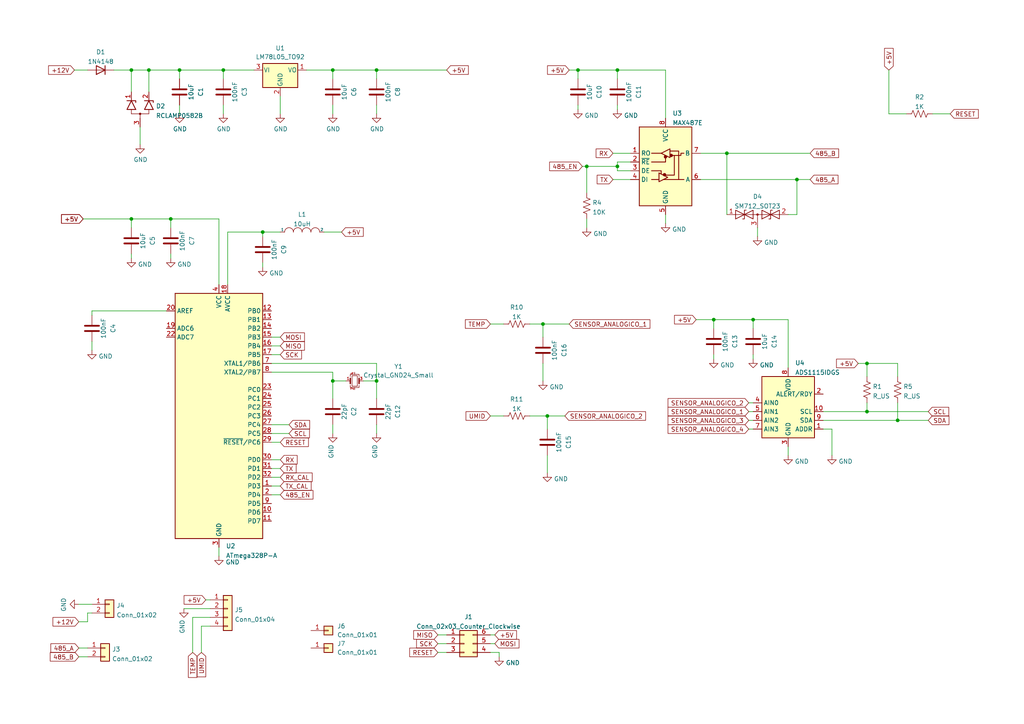
<source format=kicad_sch>
(kicad_sch (version 20231120) (generator "eeschema") (generator_version "8.0")
  (paper "A4")
  (lib_symbols
    (symbol "Analog_ADC:ADS1115IDGS"
      (property "Reference" "U" (at 2.54 13.97 0))
      (property "Value" "ADS1115IDGS" (at 7.62 11.43 0))
      (symbol "ADS1115IDGS_0_1"
        (rectangle (start -7.62 10.16) (end 7.62 -7.62) (stroke (width 0.254)) (fill (type background)))
      )
      (symbol "ADS1115IDGS_1_1"
        (pin input line (at 10.16 -5.08 180) (length 2.54) (name "ADDR") (number "1"))
        (pin input line (at 10.16 0 180) (length 2.54) (name "SCL") (number "10"))
        (pin output line (at 10.16 5.08 180) (length 2.54) (name "ALERT/RDY") (number "2"))
        (pin power_in line (at 0 -10.16 90) (length 2.54) (name "GND") (number "3"))
        (pin input line (at -10.16 2.54 0) (length 2.54) (name "AIN0") (number "4"))
        (pin input line (at -10.16 0 0) (length 2.54) (name "AIN1") (number "5"))
        (pin input line (at -10.16 -2.54 0) (length 2.54) (name "AIN2") (number "6"))
        (pin input line (at -10.16 -5.08 0) (length 2.54) (name "AIN3") (number "7"))
        (pin power_in line (at 0 12.7 270) (length 2.54) (name "VDD") (number "8"))
        (pin bidirectional line (at 10.16 -2.54 180) (length 2.54) (name "SDA") (number "9"))
      )
    )
    (symbol "Connector_Generic:Conn_01x01" (pin_names (offset 1.016) hide)
      (property "Reference" "J" (at 0 2.54 0))
      (property "Value" "Conn_01x01" (at 0 -2.54 0))
      (symbol "Conn_01x01_1_1"
        (rectangle (start -1.27 0.127) (end 0 -0.127) (stroke (width 0.1524)))
        (rectangle (start -1.27 1.27) (end 1.27 -1.27) (stroke (width 0.254)) (fill (type background)))
        (pin passive line (at -5.08 0 0) (length 3.81) (name "Pin_1") (number "1"))
      )
    )
    (symbol "Connector_Generic:Conn_01x02" (pin_names (offset 1.016) hide)
      (property "Reference" "J" (at 0 2.54 0))
      (property "Value" "Conn_01x02" (at 0 -5.08 0))
      (symbol "Conn_01x02_1_1"
        (rectangle (start -1.27 -2.413) (end 0 -2.667) (stroke (width 0.1524)))
        (rectangle (start -1.27 0.127) (end 0 -0.127) (stroke (width 0.1524)))
        (rectangle (start -1.27 1.27) (end 1.27 -3.81) (stroke (width 0.254)) (fill (type background)))
        (pin passive line (at -5.08 0 0) (length 3.81) (name "Pin_1") (number "1"))
        (pin passive line (at -5.08 -2.54 0) (length 3.81) (name "Pin_2") (number "2"))
      )
    )
    (symbol "Connector_Generic:Conn_01x04" (pin_names (offset 1.016) hide)
      (property "Reference" "J" (at 0 5.08 0))
      (property "Value" "Conn_01x04" (at 0 -7.62 0))
      (symbol "Conn_01x04_1_1"
        (rectangle (start -1.27 -4.953) (end 0 -5.207) (stroke (width 0.1524)))
        (rectangle (start -1.27 -2.413) (end 0 -2.667) (stroke (width 0.1524)))
        (rectangle (start -1.27 0.127) (end 0 -0.127) (stroke (width 0.1524)))
        (rectangle (start -1.27 2.667) (end 0 2.413) (stroke (width 0.1524)))
        (rectangle (start -1.27 3.81) (end 1.27 -6.35) (stroke (width 0.254)) (fill (type background)))
        (pin passive line (at -5.08 2.54 0) (length 3.81) (name "Pin_1") (number "1"))
        (pin passive line (at -5.08 0 0) (length 3.81) (name "Pin_2") (number "2"))
        (pin passive line (at -5.08 -2.54 0) (length 3.81) (name "Pin_3") (number "3"))
        (pin passive line (at -5.08 -5.08 0) (length 3.81) (name "Pin_4") (number "4"))
      )
    )
    (symbol "Connector_Generic:Conn_02x03_Counter_Clockwise" (pin_names (offset 1.016) hide)
      (property "Reference" "J" (at 1.27 5.08 0))
      (property "Value" "Conn_02x03_Counter_Clockwise" (at 1.27 -5.08 0))
      (symbol "Conn_02x03_Counter_Clockwise_1_1"
        (rectangle (start -1.27 -2.413) (end 0 -2.667) (stroke (width 0.1524)))
        (rectangle (start -1.27 0.127) (end 0 -0.127) (stroke (width 0.1524)))
        (rectangle (start -1.27 2.667) (end 0 2.413) (stroke (width 0.1524)))
        (rectangle (start -1.27 3.81) (end 3.81 -3.81) (stroke (width 0.254)) (fill (type background)))
        (rectangle (start 3.81 -2.413) (end 2.54 -2.667) (stroke (width 0.1524)))
        (rectangle (start 3.81 0.127) (end 2.54 -0.127) (stroke (width 0.1524)))
        (rectangle (start 3.81 2.667) (end 2.54 2.413) (stroke (width 0.1524)))
        (pin passive line (at -5.08 2.54 0) (length 3.81) (name "Pin_1") (number "1"))
        (pin passive line (at -5.08 0 0) (length 3.81) (name "Pin_2") (number "2"))
        (pin passive line (at -5.08 -2.54 0) (length 3.81) (name "Pin_3") (number "3"))
        (pin passive line (at 7.62 -2.54 180) (length 3.81) (name "Pin_4") (number "4"))
        (pin passive line (at 7.62 0 180) (length 3.81) (name "Pin_5") (number "5"))
        (pin passive line (at 7.62 2.54 180) (length 3.81) (name "Pin_6") (number "6"))
      )
    )
    (symbol "Device:C" (pin_numbers hide) (pin_names (offset 0.254))
      (property "Reference" "C" (at 0.635 2.54 0))
      (property "Value" "C" (at 0.635 -2.54 0))
      (symbol "C_0_1"
        (polyline (pts (xy -2.032 -0.762) (xy 2.032 -0.762)) (stroke (width 0.508)))
        (polyline (pts (xy -2.032 0.762) (xy 2.032 0.762)) (stroke (width 0.508)))
      )
      (symbol "C_1_1"
        (pin passive line (at 0 3.81 270) (length 2.794) (name "~") (number "1"))
        (pin passive line (at 0 -3.81 90) (length 2.794) (name "~") (number "2"))
      )
    )
    (symbol "Device:Crystal_GND24_Small" (pin_names (offset 1.016) hide)
      (property "Reference" "Y" (at 1.27 4.445 0))
      (property "Value" "Crystal_GND24_Small" (at 1.27 2.54 0))
      (symbol "Crystal_GND24_Small_0_1"
        (rectangle (start -0.762 -1.524) (end 0.762 1.524))
        (polyline (pts (xy -1.27 -0.762) (xy -1.27 0.762)) (stroke (width 0.381)))
        (polyline (pts (xy 1.27 -0.762) (xy 1.27 0.762)) (stroke (width 0.381)))
        (polyline (pts (xy -1.27 -1.27) (xy -1.27 -1.905) (xy 1.27 -1.905) (xy 1.27 -1.27)))
        (polyline (pts (xy -1.27 1.27) (xy -1.27 1.905) (xy 1.27 1.905) (xy 1.27 1.27)))
      )
      (symbol "Crystal_GND24_Small_1_1"
        (pin passive line (at -2.54 0 0) (length 1.27) (name "1") (number "1"))
        (pin passive line (at 0 -2.54 90) (length 0.635) (name "2") (number "2"))
        (pin passive line (at 2.54 0 180) (length 1.27) (name "3") (number "3"))
        (pin passive line (at 0 2.54 270) (length 0.635) (name "4") (number "4"))
      )
    )
    (symbol "Device:R_US" (pin_numbers hide) (pin_names (offset 0))
      (property "Reference" "R" (at 2.54 0 90))
      (property "Value" "R_US" (at -2.54 0 90))
      (symbol "R_US_0_1"
        (polyline (pts (xy 0 -2.286) (xy 0 -2.54)))
        (polyline (pts (xy 0 2.286) (xy 0 2.54)))
        (polyline (pts (xy 0 -0.762) (xy 1.016 -1.143) (xy 0 -1.524) (xy -1.016 -1.905) (xy 0 -2.286)))
        (polyline (pts (xy 0 0.762) (xy 1.016 0.381) (xy 0 0) (xy -1.016 -0.381) (xy 0 -0.762)))
        (polyline (pts (xy 0 2.286) (xy 1.016 1.905) (xy 0 1.524) (xy -1.016 1.143) (xy 0 0.762)))
      )
      (symbol "R_US_1_1"
        (pin passive line (at 0 3.81 270) (length 1.27) (name "~") (number "1"))
        (pin passive line (at 0 -3.81 90) (length 1.27) (name "~") (number "2"))
      )
    )
    (symbol "Diode:1N4148" (pin_numbers hide) (pin_names (offset 1.016) hide)
      (property "Reference" "D" (at 0 2.54 0))
      (property "Value" "1N4148" (at 0 -2.54 0))
      (symbol "1N4148_0_1"
        (polyline (pts (xy -1.27 1.27) (xy -1.27 -1.27)) (stroke (width 0.254)))
        (polyline (pts (xy 1.27 0) (xy -1.27 0)))
        (polyline (pts (xy 1.27 1.27) (xy 1.27 -1.27) (xy -1.27 0) (xy 1.27 1.27)) (stroke (width 0.254)))
      )
      (symbol "1N4148_1_1"
        (pin passive line (at -3.81 0 0) (length 2.54) (name "K") (number "1"))
        (pin passive line (at 3.81 0 180) (length 2.54) (name "A") (number "2"))
      )
    )
    (symbol "Diode:SM712_SOT23" (pin_names (offset 1.016) hide)
      (property "Reference" "D" (at 0 4.445 0))
      (property "Value" "SM712_SOT23" (at 0 2.54 0))
      (symbol "SM712_SOT23_0_0"
        (polyline (pts (xy 0 -1.27) (xy 0 0)))
      )
      (symbol "SM712_SOT23_0_1"
        (polyline (pts (xy -6.35 0) (xy 6.35 0)))
        (polyline (pts (xy -3.302 1.27) (xy -3.81 1.27) (xy -3.81 -1.27) (xy -4.318 -1.27)) (stroke (width 0.2032)))
        (polyline (pts (xy 4.318 1.27) (xy 3.81 1.27) (xy 3.81 -1.27) (xy 3.302 -1.27)) (stroke (width 0.2032)))
        (polyline (pts (xy -6.35 -1.27) (xy -1.27 1.27) (xy -1.27 -1.27) (xy -6.35 1.27) (xy -6.35 -1.27)) (stroke (width 0.2032)))
        (polyline (pts (xy 1.27 -1.27) (xy 1.27 1.27) (xy 6.35 -1.27) (xy 6.35 1.27) (xy 1.27 -1.27)) (stroke (width 0.2032)))
        (circle (center 0 0) (radius 0.254) (fill (type outline)))
      )
      (symbol "SM712_SOT23_1_1"
        (pin passive line (at -8.89 0 0) (length 2.54) (name "A1") (number "1"))
        (pin passive line (at 8.89 0 180) (length 2.54) (name "A2") (number "2"))
        (pin input line (at 0 -3.81 90) (length 2.54) (name "common") (number "3"))
      )
    )
    (symbol "Interface_UART:MAX487E"
      (property "Reference" "U" (at -6.096 11.43 0))
      (property "Value" "MAX487E" (at 0.762 11.43 0))
      (symbol "MAX487E_0_1"
        (rectangle (start -7.62 10.16) (end 7.62 -12.7) (stroke (width 0.254)) (fill (type background)))
        (circle (center -0.3048 -3.683) (radius 0.3556) (stroke (width 0.254)) (fill (type outline)))
        (circle (center -0.0254 1.4986) (radius 0.3556) (stroke (width 0.254)) (fill (type outline)))
        (polyline (pts (xy -4.064 -5.08) (xy -1.905 -5.08)) (stroke (width 0.254)))
        (polyline (pts (xy -4.064 2.54) (xy -1.27 2.54)) (stroke (width 0.254)))
        (polyline (pts (xy -1.27 -3.2004) (xy -1.27 -3.4544)) (stroke (width 0.254)))
        (polyline (pts (xy -0.635 -5.08) (xy 5.334 -5.08)) (stroke (width 0.254)))
        (polyline (pts (xy -4.064 -2.54) (xy -1.27 -2.54) (xy -1.27 -3.175)) (stroke (width 0.254)))
        (polyline (pts (xy 0 1.27) (xy 0 0) (xy -4.064 0)) (stroke (width 0.254)))
        (polyline (pts (xy 1.27 3.175) (xy 3.81 3.175) (xy 3.81 -5.08)) (stroke (width 0.254)))
        (polyline (pts (xy 2.54 1.905) (xy 2.54 -3.81) (xy 0 -3.81)) (stroke (width 0.254)))
        (polyline (pts (xy -1.905 -3.175) (xy -1.905 -5.715) (xy 0.635 -4.445) (xy -1.905 -3.175)) (stroke (width 0.254)))
        (polyline (pts (xy -1.27 2.54) (xy 1.27 3.81) (xy 1.27 1.27) (xy -1.27 2.54)) (stroke (width 0.254)))
        (polyline (pts (xy 1.905 1.905) (xy 4.445 1.905) (xy 4.445 2.54) (xy 5.334 2.54)) (stroke (width 0.254)))
        (rectangle (start 1.27 3.175) (end 1.27 3.175))
        (circle (center 1.651 1.905) (radius 0.3556) (stroke (width 0.254)) (fill (type outline)))
      )
      (symbol "MAX487E_1_1"
        (pin output line (at -10.16 2.54 0) (length 2.54) (name "RO") (number "1"))
        (pin input line (at -10.16 0 0) (length 2.54) (name "~{RE}") (number "2"))
        (pin input line (at -10.16 -2.54 0) (length 2.54) (name "DE") (number "3"))
        (pin input line (at -10.16 -5.08 0) (length 2.54) (name "DI") (number "4"))
        (pin power_in line (at 0 -15.24 90) (length 2.54) (name "GND") (number "5"))
        (pin bidirectional line (at 10.16 -5.08 180) (length 2.54) (name "A") (number "6"))
        (pin bidirectional line (at 10.16 2.54 180) (length 2.54) (name "B") (number "7"))
        (pin power_in line (at 0 12.7 270) (length 2.54) (name "VCC") (number "8"))
      )
    )
    (symbol "MCU_Microchip_ATmega:ATmega328P-A"
      (property "Reference" "U" (at -12.7 36.83 0))
      (property "Value" "ATmega328P-A" (at 2.54 -36.83 0))
      (symbol "ATmega328P-A_0_1"
        (rectangle (start -12.7 -35.56) (end 12.7 35.56) (stroke (width 0.254)) (fill (type background)))
      )
      (symbol "ATmega328P-A_1_1"
        (pin bidirectional line (at 15.24 -20.32 180) (length 2.54) (name "PD3") (number "1"))
        (pin bidirectional line (at 15.24 -27.94 180) (length 2.54) (name "PD6") (number "10"))
        (pin bidirectional line (at 15.24 -30.48 180) (length 2.54) (name "PD7") (number "11"))
        (pin bidirectional line (at 15.24 30.48 180) (length 2.54) (name "PB0") (number "12"))
        (pin bidirectional line (at 15.24 27.94 180) (length 2.54) (name "PB1") (number "13"))
        (pin bidirectional line (at 15.24 25.4 180) (length 2.54) (name "PB2") (number "14"))
        (pin bidirectional line (at 15.24 22.86 180) (length 2.54) (name "PB3") (number "15"))
        (pin bidirectional line (at 15.24 20.32 180) (length 2.54) (name "PB4") (number "16"))
        (pin bidirectional line (at 15.24 17.78 180) (length 2.54) (name "PB5") (number "17"))
        (pin power_in line (at 2.54 38.1 270) (length 2.54) (name "AVCC") (number "18"))
        (pin input line (at -15.24 25.4 0) (length 2.54) (name "ADC6") (number "19"))
        (pin bidirectional line (at 15.24 -22.86 180) (length 2.54) (name "PD4") (number "2"))
        (pin passive line (at -15.24 30.48 0) (length 2.54) (name "AREF") (number "20"))
        (pin passive line (at 0 -38.1 90) (length 2.54) hide (name "GND") (number "21"))
        (pin input line (at -15.24 22.86 0) (length 2.54) (name "ADC7") (number "22"))
        (pin bidirectional line (at 15.24 7.62 180) (length 2.54) (name "PC0") (number "23"))
        (pin bidirectional line (at 15.24 5.08 180) (length 2.54) (name "PC1") (number "24"))
        (pin bidirectional line (at 15.24 2.54 180) (length 2.54) (name "PC2") (number "25"))
        (pin bidirectional line (at 15.24 0 180) (length 2.54) (name "PC3") (number "26"))
        (pin bidirectional line (at 15.24 -2.54 180) (length 2.54) (name "PC4") (number "27"))
        (pin bidirectional line (at 15.24 -5.08 180) (length 2.54) (name "PC5") (number "28"))
        (pin bidirectional line (at 15.24 -7.62 180) (length 2.54) (name "~{RESET}/PC6") (number "29"))
        (pin power_in line (at 0 -38.1 90) (length 2.54) (name "GND") (number "3"))
        (pin bidirectional line (at 15.24 -12.7 180) (length 2.54) (name "PD0") (number "30"))
        (pin bidirectional line (at 15.24 -15.24 180) (length 2.54) (name "PD1") (number "31"))
        (pin bidirectional line (at 15.24 -17.78 180) (length 2.54) (name "PD2") (number "32"))
        (pin power_in line (at 0 38.1 270) (length 2.54) (name "VCC") (number "4"))
        (pin passive line (at 0 -38.1 90) (length 2.54) hide (name "GND") (number "5"))
        (pin passive line (at 0 38.1 270) (length 2.54) hide (name "VCC") (number "6"))
        (pin bidirectional line (at 15.24 15.24 180) (length 2.54) (name "XTAL1/PB6") (number "7"))
        (pin bidirectional line (at 15.24 12.7 180) (length 2.54) (name "XTAL2/PB7") (number "8"))
        (pin bidirectional line (at 15.24 -25.4 180) (length 2.54) (name "PD5") (number "9"))
      )
    )
    (symbol "Power_Protection:RCLAMP0582B" (pin_names hide)
      (property "Reference" "D" (at 0 5.08 0))
      (property "Value" "RCLAMP0582B" (at 0 -5.08 0))
      (symbol "RCLAMP0582B_0_1"
        (polyline (pts (xy -2.54 0) (xy -1.27 0)))
        (polyline (pts (xy -1.27 2.54) (xy -1.27 -2.54)))
        (polyline (pts (xy 0 2.54) (xy -1.27 2.54)) (stroke (width 0.1524)))
        (polyline (pts (xy 2.54 3.81) (xy 2.54 1.27) (xy 2.032 1.27)) (stroke (width 0.254)))
        (polyline (pts (xy 0 1.27) (xy 0 3.81) (xy 2.54 2.54) (xy 0 1.27)) (stroke (width 0.254)))
        (pin passive line (at -5.08 0 0) (length 2.54) (name "A") (number "3"))
      )
      (symbol "RCLAMP0582B_1_1"
        (circle (center -1.27 0) (radius 0.254) (fill (type outline)))
        (polyline (pts (xy 0 -2.54) (xy -1.27 -2.54)) (stroke (width 0.1524)))
        (polyline (pts (xy 2.54 -1.27) (xy 2.54 -3.81) (xy 2.032 -3.81)) (stroke (width 0.254)))
        (polyline (pts (xy 0 -3.81) (xy 0 -1.27) (xy 2.54 -2.54) (xy 0 -3.81)) (stroke (width 0.254)))
        (pin passive line (at 5.08 2.54 180) (length 2.54) (name "K1") (number "1"))
        (pin passive line (at 5.08 -2.54 180) (length 2.54) (name "K2") (number "2"))
      )
    )
    (symbol "Regulator_Linear:LM78L05_TO92" (pin_names (offset 0.254))
      (property "Reference" "U" (at -3.81 3.175 0))
      (property "Value" "LM78L05_TO92" (at 0 3.175 0))
      (symbol "LM78L05_TO92_0_1"
        (rectangle (start -5.08 -5.08) (end 5.08 1.905) (stroke (width 0.254)) (fill (type background)))
      )
      (symbol "LM78L05_TO92_1_1"
        (pin power_out line (at 7.62 0 180) (length 2.54) (name "VO") (number "1"))
        (pin power_in line (at 0 -7.62 90) (length 2.54) (name "GND") (number "2"))
        (pin power_in line (at -7.62 0 0) (length 2.54) (name "VI") (number "3"))
      )
    )
    (symbol "power:GND" (power) (pin_names (offset 0))
      (property "Value" "GND" (at 0 -3.81 0))
      (symbol "GND_0_1"
        (polyline (pts (xy 0 0) (xy 0 -1.27) (xy 1.27 -1.27) (xy 0 -2.54) (xy -1.27 -1.27) (xy 0 -1.27)))
      )
      (symbol "GND_1_1"
        (pin power_in line (at 0 0 270) (length 0) hide (name "GND") (number "1"))
      )
    )
    (symbol "pspice:INDUCTOR" (pin_numbers hide) (pin_names (offset 0))
      (property "Reference" "L" (at 0 2.54 0))
      (property "Value" "INDUCTOR" (at 0 -1.27 0))
      (symbol "INDUCTOR_0_1"
        (arc (start -2.54 0) (mid -3.81 1.2645) (end -5.08 0))
        (arc (start 0 0) (mid -1.27 1.2645) (end -2.54 0))
        (arc (start 2.54 0) (mid 1.27 1.2645) (end 0 0))
        (arc (start 5.08 0) (mid 3.81 1.2645) (end 2.54 0))
      )
      (symbol "INDUCTOR_1_1"
        (pin input line (at -6.35 0 0) (length 1.27) (name "1") (number "1"))
        (pin input line (at 6.35 0 180) (length 1.27) (name "2") (number "2"))
      )
    )
  )
  (junction (at 218.44 92.71))
  (junction (at 43.18 20.32))
  (junction (at 38.1 20.32))
  (junction (at 49.53 63.5))
  (junction (at 251.46 105.41))
  (junction (at 96.52 110.49))
  (junction (at 207.01 92.71))
  (junction (at 260.35 121.92))
  (junction (at 210.82 44.45))
  (junction (at 251.46 119.38))
  (junction (at 38.1 63.5))
  (junction (at 109.22 20.32))
  (junction (at 179.07 48.26))
  (junction (at 167.64 20.32))
  (junction (at 231.14 52.07))
  (junction (at 157.48 93.98))
  (junction (at 64.77 20.32))
  (junction (at 179.07 20.32))
  (junction (at 76.2 67.31))
  (junction (at 170.18 48.26))
  (junction (at 158.75 120.65))
  (junction (at 109.22 110.49))
  (junction (at 96.52 20.32))
  (junction (at 52.07 20.32))
  (wire (pts (xy 179.07 20.32) (xy 193.04 20.32)))
  (wire (pts (xy 66.04 67.31) (xy 76.2 67.31)))
  (wire (pts (xy 78.74 100.33) (xy 81.28 100.33)))
  (wire (pts (xy 157.48 105.41) (xy 157.48 110.49)))
  (wire (pts (xy 170.18 48.26) (xy 170.18 55.88)))
  (wire (pts (xy 217.17 116.84) (xy 218.44 116.84)))
  (wire (pts (xy 64.77 30.48) (xy 64.77 33.02)))
  (wire (pts (xy 231.14 52.07) (xy 234.95 52.07)))
  (wire (pts (xy 33.02 20.32) (xy 38.1 20.32)))
  (wire (pts (xy 165.1 20.32) (xy 167.64 20.32)))
  (wire (pts (xy 127 186.69) (xy 129.54 186.69)))
  (wire (pts (xy 207.01 92.71) (xy 207.01 95.25)))
  (wire (pts (xy 193.04 20.32) (xy 193.04 34.29)))
  (wire (pts (xy 179.07 49.53) (xy 182.88 49.53)))
  (wire (pts (xy 109.22 123.19) (xy 109.22 125.73)))
  (wire (pts (xy 52.07 20.32) (xy 64.77 20.32)))
  (wire (pts (xy 182.88 46.99) (xy 179.07 46.99)))
  (wire (pts (xy 168.91 48.26) (xy 170.18 48.26)))
  (wire (pts (xy 93.98 67.31) (xy 99.06 67.31)))
  (wire (pts (xy 251.46 119.38) (xy 269.24 119.38)))
  (wire (pts (xy 78.74 97.79) (xy 81.28 97.79)))
  (wire (pts (xy 217.17 124.46) (xy 218.44 124.46)))
  (wire (pts (xy 179.07 20.32) (xy 179.07 22.86)))
  (wire (pts (xy 25.4 177.8) (xy 26.67 177.8)))
  (wire (pts (xy 260.35 121.92) (xy 269.24 121.92)))
  (wire (pts (xy 142.24 186.69) (xy 143.51 186.69)))
  (wire (pts (xy 251.46 109.22) (xy 251.46 105.41)))
  (wire (pts (xy 96.52 110.49) (xy 96.52 115.57)))
  (wire (pts (xy 203.2 52.07) (xy 231.14 52.07)))
  (wire (pts (xy 78.74 138.43) (xy 81.28 138.43)))
  (wire (pts (xy 207.01 92.71) (xy 218.44 92.71)))
  (wire (pts (xy 52.07 30.48) (xy 52.07 33.02)))
  (wire (pts (xy 38.1 63.5) (xy 38.1 66.04)))
  (wire (pts (xy 217.17 119.38) (xy 218.44 119.38)))
  (wire (pts (xy 38.1 63.5) (xy 49.53 63.5)))
  (wire (pts (xy 260.35 109.22) (xy 260.35 105.41)))
  (wire (pts (xy 38.1 73.66) (xy 38.1 74.93)))
  (wire (pts (xy 109.22 105.41) (xy 109.22 110.49)))
  (wire (pts (xy 96.52 20.32) (xy 88.9 20.32)))
  (wire (pts (xy 81.28 143.51) (xy 78.74 143.51)))
  (wire (pts (xy 157.48 93.98) (xy 165.1 93.98)))
  (wire (pts (xy 238.76 124.46) (xy 241.3 124.46)))
  (wire (pts (xy 55.88 189.23) (xy 55.88 179.07)))
  (wire (pts (xy 170.18 63.5) (xy 170.18 66.04)))
  (wire (pts (xy 201.93 92.71) (xy 207.01 92.71)))
  (wire (pts (xy 43.18 20.32) (xy 43.18 26.67)))
  (wire (pts (xy 219.71 66.04) (xy 219.71 68.58)))
  (wire (pts (xy 66.04 67.31) (xy 66.04 82.55)))
  (wire (pts (xy 177.8 44.45) (xy 182.88 44.45)))
  (wire (pts (xy 22.86 190.5) (xy 25.4 190.5)))
  (wire (pts (xy 210.82 44.45) (xy 210.82 62.23)))
  (wire (pts (xy 38.1 20.32) (xy 38.1 26.67)))
  (wire (pts (xy 257.81 33.02) (xy 262.89 33.02)))
  (wire (pts (xy 260.35 105.41) (xy 251.46 105.41)))
  (wire (pts (xy 109.22 110.49) (xy 109.22 115.57)))
  (wire (pts (xy 257.81 20.32) (xy 257.81 33.02)))
  (wire (pts (xy 158.75 132.08) (xy 158.75 137.16)))
  (wire (pts (xy 142.24 120.65) (xy 146.05 120.65)))
  (wire (pts (xy 22.86 180.34) (xy 25.4 180.34)))
  (wire (pts (xy 203.2 44.45) (xy 210.82 44.45)))
  (wire (pts (xy 251.46 105.41) (xy 248.92 105.41)))
  (wire (pts (xy 49.53 63.5) (xy 49.53 66.04)))
  (wire (pts (xy 78.74 102.87) (xy 81.28 102.87)))
  (wire (pts (xy 142.24 184.15) (xy 143.51 184.15)))
  (wire (pts (xy 26.67 90.17) (xy 26.67 91.44)))
  (wire (pts (xy 217.17 121.92) (xy 218.44 121.92)))
  (wire (pts (xy 167.64 30.48) (xy 167.64 31.75)))
  (wire (pts (xy 231.14 52.07) (xy 231.14 62.23)))
  (wire (pts (xy 144.78 189.23) (xy 142.24 189.23)))
  (wire (pts (xy 238.76 121.92) (xy 260.35 121.92)))
  (wire (pts (xy 231.14 62.23) (xy 228.6 62.23)))
  (wire (pts (xy 210.82 44.45) (xy 234.95 44.45)))
  (wire (pts (xy 109.22 20.32) (xy 129.54 20.32)))
  (wire (pts (xy 179.07 30.48) (xy 179.07 31.75)))
  (wire (pts (xy 59.69 173.99) (xy 60.96 173.99)))
  (wire (pts (xy 167.64 20.32) (xy 167.64 22.86)))
  (wire (pts (xy 238.76 119.38) (xy 251.46 119.38)))
  (wire (pts (xy 53.34 176.53) (xy 60.96 176.53)))
  (wire (pts (xy 179.07 48.26) (xy 179.07 49.53)))
  (wire (pts (xy 105.41 110.49) (xy 109.22 110.49)))
  (wire (pts (xy 109.22 22.86) (xy 109.22 20.32)))
  (wire (pts (xy 96.52 107.95) (xy 96.52 110.49)))
  (wire (pts (xy 260.35 116.84) (xy 260.35 121.92)))
  (wire (pts (xy 58.42 181.61) (xy 60.96 181.61)))
  (wire (pts (xy 167.64 20.32) (xy 179.07 20.32)))
  (wire (pts (xy 78.74 105.41) (xy 109.22 105.41)))
  (wire (pts (xy 76.2 67.31) (xy 81.28 67.31)))
  (wire (pts (xy 142.24 93.98) (xy 146.05 93.98)))
  (wire (pts (xy 49.53 73.66) (xy 49.53 74.93)))
  (wire (pts (xy 153.67 93.98) (xy 157.48 93.98)))
  (wire (pts (xy 179.07 46.99) (xy 179.07 48.26)))
  (wire (pts (xy 228.6 106.68) (xy 228.6 92.71)))
  (wire (pts (xy 127 189.23) (xy 129.54 189.23)))
  (wire (pts (xy 78.74 125.73) (xy 83.82 125.73)))
  (wire (pts (xy 96.52 22.86) (xy 96.52 20.32)))
  (wire (pts (xy 158.75 120.65) (xy 163.83 120.65)))
  (wire (pts (xy 78.74 123.19) (xy 83.82 123.19)))
  (wire (pts (xy 64.77 20.32) (xy 73.66 20.32)))
  (wire (pts (xy 270.51 33.02) (xy 275.59 33.02)))
  (wire (pts (xy 170.18 48.26) (xy 179.07 48.26)))
  (wire (pts (xy 78.74 135.89) (xy 81.28 135.89)))
  (wire (pts (xy 63.5 82.55) (xy 63.5 63.5)))
  (wire (pts (xy 158.75 120.65) (xy 158.75 124.46)))
  (wire (pts (xy 109.22 30.48) (xy 109.22 33.02)))
  (wire (pts (xy 153.67 120.65) (xy 158.75 120.65)))
  (wire (pts (xy 144.78 190.5) (xy 144.78 189.23)))
  (wire (pts (xy 78.74 140.97) (xy 81.28 140.97)))
  (wire (pts (xy 64.77 20.32) (xy 64.77 22.86)))
  (wire (pts (xy 26.67 99.06) (xy 26.67 101.6)))
  (wire (pts (xy 78.74 107.95) (xy 96.52 107.95)))
  (wire (pts (xy 218.44 92.71) (xy 218.44 95.25)))
  (wire (pts (xy 22.86 187.96) (xy 25.4 187.96)))
  (wire (pts (xy 78.74 133.35) (xy 81.28 133.35)))
  (wire (pts (xy 177.8 52.07) (xy 182.88 52.07)))
  (wire (pts (xy 38.1 20.32) (xy 43.18 20.32)))
  (wire (pts (xy 26.67 90.17) (xy 48.26 90.17)))
  (wire (pts (xy 96.52 30.48) (xy 96.52 33.02)))
  (wire (pts (xy 228.6 129.54) (xy 228.6 132.08)))
  (wire (pts (xy 241.3 124.46) (xy 241.3 132.08)))
  (wire (pts (xy 218.44 102.87) (xy 218.44 104.14)))
  (wire (pts (xy 63.5 158.75) (xy 63.5 161.29)))
  (wire (pts (xy 22.86 175.26) (xy 26.67 175.26)))
  (wire (pts (xy 24.13 63.5) (xy 38.1 63.5)))
  (wire (pts (xy 43.18 20.32) (xy 52.07 20.32)))
  (wire (pts (xy 218.44 92.71) (xy 228.6 92.71)))
  (wire (pts (xy 193.04 62.23) (xy 193.04 64.77)))
  (wire (pts (xy 21.59 20.32) (xy 25.4 20.32)))
  (wire (pts (xy 251.46 116.84) (xy 251.46 119.38)))
  (wire (pts (xy 127 184.15) (xy 129.54 184.15)))
  (wire (pts (xy 40.64 36.83) (xy 40.64 41.91)))
  (wire (pts (xy 109.22 20.32) (xy 96.52 20.32)))
  (wire (pts (xy 157.48 93.98) (xy 157.48 97.79)))
  (wire (pts (xy 76.2 76.2) (xy 76.2 77.47)))
  (wire (pts (xy 78.74 128.27) (xy 81.28 128.27)))
  (wire (pts (xy 55.88 179.07) (xy 60.96 179.07)))
  (wire (pts (xy 81.28 27.94) (xy 81.28 33.02)))
  (wire (pts (xy 207.01 102.87) (xy 207.01 104.14)))
  (wire (pts (xy 76.2 68.58) (xy 76.2 67.31)))
  (wire (pts (xy 58.42 189.23) (xy 58.42 181.61)))
  (wire (pts (xy 96.52 123.19) (xy 96.52 125.73)))
  (wire (pts (xy 52.07 22.86) (xy 52.07 20.32)))
  (wire (pts (xy 49.53 63.5) (xy 63.5 63.5)))
  (wire (pts (xy 25.4 180.34) (xy 25.4 177.8)))
  (wire (pts (xy 96.52 110.49) (xy 100.33 110.49)))
  (global_label "SENSOR_ANALOGICO_2" (shape input) (at 217.17 116.84 180) (property "Intersheetrefs" "${INTERSHEET_REFS}" (effects (hide yes))))
  (global_label "SCK" (shape input) (at 127 186.69 180) (property "Intersheetrefs" "${INTERSHEET_REFS}" (effects (hide yes))))
  (global_label "+5V" (shape input) (at 165.1 20.32 180) (property "Intersheetrefs" "${INTERSHEET_REFS}" (effects (hide yes))))
  (global_label "+5V" (shape input) (at 257.81 20.32 90) (property "Intersheetrefs" "${INTERSHEET_REFS}" (effects (hide yes))))
  (global_label "MISO" (shape input) (at 81.28 100.33 0) (property "Intersheetrefs" "${INTERSHEET_REFS}" (effects (hide yes))))
  (global_label "+5V" (shape input) (at 24.13 63.5 180) (property "Intersheetrefs" "${INTERSHEET_REFS}" (effects (hide yes))))
  (global_label "SDA" (shape input) (at 83.82 123.19 0) (property "Intersheetrefs" "${INTERSHEET_REFS}" (effects (hide yes))))
  (global_label "+5V" (shape input) (at 248.92 105.41 180) (property "Intersheetrefs" "${INTERSHEET_REFS}" (effects (hide yes))))
  (global_label "RX_CAL" (shape input) (at 81.28 138.43 0) (property "Intersheetrefs" "${INTERSHEET_REFS}" (effects (hide yes))))
  (global_label "485_A" (shape input) (at 22.86 187.96 180) (property "Intersheetrefs" "${INTERSHEET_REFS}" (effects (hide yes))))
  (global_label "MISO" (shape input) (at 127 184.15 180) (property "Intersheetrefs" "${INTERSHEET_REFS}" (effects (hide yes))))
  (global_label "SCL" (shape input) (at 269.24 119.38 0) (property "Intersheetrefs" "${INTERSHEET_REFS}" (effects (hide yes))))
  (global_label "+5V" (shape input) (at 143.51 184.15 0) (property "Intersheetrefs" "${INTERSHEET_REFS}" (effects (hide yes))))
  (global_label "SENSOR_ANALOGICO_1" (shape input) (at 217.17 119.38 180) (property "Intersheetrefs" "${INTERSHEET_REFS}" (effects (hide yes))))
  (global_label "TX" (shape input) (at 81.28 135.89 0) (property "Intersheetrefs" "${INTERSHEET_REFS}" (effects (hide yes))))
  (global_label "SCK" (shape input) (at 81.28 102.87 0) (property "Intersheetrefs" "${INTERSHEET_REFS}" (effects (hide yes))))
  (global_label "SENSOR_ANALOGICO_1" (shape input) (at 165.1 93.98 0) (property "Intersheetrefs" "${INTERSHEET_REFS}" (effects (hide yes))))
  (global_label "SENSOR_ANALOGICO_2" (shape input) (at 163.83 120.65 0) (property "Intersheetrefs" "${INTERSHEET_REFS}" (effects (hide yes))))
  (global_label "+5V" (shape input) (at 99.06 67.31 0) (property "Intersheetrefs" "${INTERSHEET_REFS}" (effects (hide yes))))
  (global_label "+5V" (shape input) (at 129.54 20.32 0) (property "Intersheetrefs" "${INTERSHEET_REFS}" (effects (hide yes))))
  (global_label "TX_CAL" (shape input) (at 81.28 140.97 0) (property "Intersheetrefs" "${INTERSHEET_REFS}" (effects (hide yes))))
  (global_label "+12V" (shape input) (at 21.59 20.32 180) (property "Intersheetrefs" "${INTERSHEET_REFS}" (effects (hide yes))))
  (global_label "485_EN" (shape input) (at 81.28 143.51 0) (property "Intersheetrefs" "${INTERSHEET_REFS}" (effects (hide yes))))
  (global_label "485_A" (shape input) (at 234.95 52.07 0) (property "Intersheetrefs" "${INTERSHEET_REFS}" (effects (hide yes))))
  (global_label "TEMP" (shape input) (at 55.88 189.23 270) (property "Intersheetrefs" "${INTERSHEET_REFS}" (effects (hide yes))))
  (global_label "RX" (shape input) (at 177.8 44.45 180) (property "Intersheetrefs" "${INTERSHEET_REFS}" (effects (hide yes))))
  (global_label "+12V" (shape input) (at 22.86 180.34 180) (property "Intersheetrefs" "${INTERSHEET_REFS}" (effects (hide yes))))
  (global_label "RX" (shape input) (at 81.28 133.35 0) (property "Intersheetrefs" "${INTERSHEET_REFS}" (effects (hide yes))))
  (global_label "UMID" (shape input) (at 58.42 189.23 270) (property "Intersheetrefs" "${INTERSHEET_REFS}" (effects (hide yes))))
  (global_label "SENSOR_ANALOGICO_3" (shape input) (at 217.17 121.92 180) (property "Intersheetrefs" "${INTERSHEET_REFS}" (effects (hide yes))))
  (global_label "485_B" (shape input) (at 234.95 44.45 0) (property "Intersheetrefs" "${INTERSHEET_REFS}" (effects (hide yes))))
  (global_label "+5V" (shape input) (at 24.13 63.5 180) (property "Intersheetrefs" "${INTERSHEET_REFS}" (effects (hide yes))))
  (global_label "SCL" (shape input) (at 83.82 125.73 0) (property "Intersheetrefs" "${INTERSHEET_REFS}" (effects (hide yes))))
  (global_label "+5V" (shape input) (at 59.69 173.99 180) (property "Intersheetrefs" "${INTERSHEET_REFS}" (effects (hide yes))))
  (global_label "TX" (shape input) (at 177.8 52.07 180) (property "Intersheetrefs" "${INTERSHEET_REFS}" (effects (hide yes))))
  (global_label "+5V" (shape input) (at 201.93 92.71 180) (property "Intersheetrefs" "${INTERSHEET_REFS}" (effects (hide yes))))
  (global_label "MOSI" (shape input) (at 143.51 186.69 0) (property "Intersheetrefs" "${INTERSHEET_REFS}" (effects (hide yes))))
  (global_label "485_B" (shape input) (at 22.86 190.5 180) (property "Intersheetrefs" "${INTERSHEET_REFS}" (effects (hide yes))))
  (global_label "UMID" (shape input) (at 142.24 120.65 180) (property "Intersheetrefs" "${INTERSHEET_REFS}" (effects (hide yes))))
  (global_label "TEMP" (shape input) (at 142.24 93.98 180) (property "Intersheetrefs" "${INTERSHEET_REFS}" (effects (hide yes))))
  (global_label "RESET" (shape input) (at 81.28 128.27 0) (property "Intersheetrefs" "${INTERSHEET_REFS}" (effects (hide yes))))
  (global_label "RESET" (shape input) (at 127 189.23 180) (property "Intersheetrefs" "${INTERSHEET_REFS}" (effects (hide yes))))
  (global_label "485_EN" (shape input) (at 168.91 48.26 180) (property "Intersheetrefs" "${INTERSHEET_REFS}" (effects (hide yes))))
  (global_label "MOSI" (shape input) (at 81.28 97.79 0) (property "Intersheetrefs" "${INTERSHEET_REFS}" (effects (hide yes))))
  (global_label "RESET" (shape input) (at 275.59 33.02 0) (property "Intersheetrefs" "${INTERSHEET_REFS}" (effects (hide yes))))
  (global_label "SENSOR_ANALOGICO_4" (shape input) (at 217.17 124.46 180) (property "Intersheetrefs" "${INTERSHEET_REFS}" (effects (hide yes))))
  (global_label "SDA" (shape input) (at 269.24 121.92 0) (property "Intersheetrefs" "${INTERSHEET_REFS}" (effects (hide yes))))
  (symbol (lib_id "pspice:INDUCTOR") (at 87.63 67.31 0) (unit 1)
    (property "Reference" "L1" (at 87.63 62.2005 0))
    (property "Value" "10uH" (at 87.63 64.9756 0))
    (property "Footprint" "Resistor_SMD:R_0805_2012Metric" (effects (hide yes)))
  )
  (symbol (lib_id "Device:C") (at 109.22 119.38 0) (unit 1)
    (property "Reference" "C12" (at 115.3455 119.38 90))
    (property "Value" "22pF" (at 112.5704 119.38 90))
    (property "Footprint" "Capacitor_SMD:C_0603_1608Metric" (effects (hide yes)))
  )
  (symbol (lib_id "Device:C") (at 218.44 99.06 0) (unit 1)
    (property "Reference" "C14" (at 224.5655 99.06 90))
    (property "Value" "10uF" (at 221.7904 99.06 90))
    (property "Footprint" "Capacitor_SMD:C_0805_2012Metric" (effects (hide yes)))
  )
  (symbol (lib_id "power:GND") (at 179.07 31.75 0) (unit 1)
    (property "Reference" "#PWR0118" (effects (hide yes)))
    (property "Value" "GND" (at 180.975 33.499 0) (effects (justify left)))
  )
  (symbol (lib_id "power:GND") (at 158.75 137.16 0) (unit 1)
    (property "Reference" "#PWR05" (effects (hide yes)))
    (property "Value" "GND" (at 160.655 138.909 0) (effects (justify left)))
  )
  (symbol (lib_id "power:GND") (at 241.3 132.08 0) (unit 1)
    (property "Reference" "#PWR02" (effects (hide yes)))
    (property "Value" "GND" (at 243.205 133.829 0) (effects (justify left)))
  )
  (symbol (lib_id "power:GND") (at 109.22 33.02 0) (unit 1)
    (property "Reference" "#PWR0109" (effects (hide yes)))
    (property "Value" "GND" (at 109.347 37.4142 0))
  )
  (symbol (lib_id "power:GND") (at 52.07 33.02 0) (unit 1)
    (property "Reference" "#PWR0115" (effects (hide yes)))
    (property "Value" "GND" (at 52.197 37.4142 0))
  )
  (symbol (lib_id "power:GND") (at 218.44 104.14 0) (unit 1)
    (property "Reference" "#PWR04" (effects (hide yes)))
    (property "Value" "GND" (at 220.345 105.889 0) (effects (justify left)))
  )
  (symbol (lib_id "Device:R_US") (at 260.35 113.03 0) (unit 1)
    (property "Reference" "R5" (at 262.001 112.1215 0) (effects (justify left)))
    (property "Value" "R_US" (at 262.001 114.8966 0) (effects (justify left)))
    (property "Footprint" "Resistor_SMD:R_0805_2012Metric" (effects (hide yes)))
  )
  (symbol (lib_id "power:GND") (at 38.1 74.93 0) (unit 1)
    (property "Reference" "#PWR0107" (effects (hide yes)))
    (property "Value" "GND" (at 40.005 76.679 0) (effects (justify left)))
  )
  (symbol (lib_id "power:GND") (at 53.34 176.53 0) (unit 1)
    (property "Reference" "#PWR0122" (effects (hide yes)))
    (property "Value" "GND" (at 52.861 179.705 90) (effects (justify right)))
  )
  (symbol (lib_id "power:GND") (at 109.22 125.73 0) (unit 1)
    (property "Reference" "#PWR08" (effects (hide yes)))
    (property "Value" "GND" (at 108.741 128.905 90) (effects (justify right)))
  )
  (symbol (lib_id "Connector_Generic:Conn_01x02") (at 30.48 187.96 0) (unit 1)
    (property "Reference" "J3" (at 32.512 188.3215 0) (effects (justify left)))
    (property "Value" "Conn_01x02" (at 32.512 191.0966 0) (effects (justify left)))
    (property "Footprint" "TerminalBlock_Phoenix:TerminalBlock_Phoenix_MKDS-1,5-2-5.08_1x02_P5.08mm_Horizontal" (effects (hide yes)))
  )
  (symbol (lib_id "Device:Crystal_GND24_Small") (at 102.87 110.49 0) (unit 1)
    (property "Reference" "Y1" (at 115.57 106.299 0))
    (property "Value" "Crystal_GND24_Small" (at 115.57 108.839 0))
    (property "Footprint" "Crystal:Crystal_SMD_2016-4Pin_2.0x1.6mm" (effects (hide yes)))
    (property "Description" "Four pin crystal, GND on pins 2 and 4, small symbol" (effects (hide yes)))
  )
  (symbol (lib_id "Interface_UART:MAX487E") (at 193.04 46.99 0) (unit 1)
    (property "Reference" "U3" (at 195.0594 32.8635 0) (effects (justify left)))
    (property "Value" "MAX487E" (at 195.0594 35.6386 0) (effects (justify left)))
    (property "Footprint" "Package_SO:SOIC-8_3.9x4.9mm_P1.27mm" (effects (hide yes)))
    (property "Datasheet" "https://datasheets.maximintegrated.com/en/ds/MAX1487E-MAX491E.pdf" (effects (hide yes)))
  )
  (symbol (lib_id "Device:R_US") (at 149.86 93.98 90) (unit 1)
    (property "Reference" "R10" (at 149.86 89.1245 90))
    (property "Value" "1K" (at 149.86 91.8996 90))
    (property "Footprint" "Resistor_SMD:R_0805_2012Metric" (effects (hide yes)))
  )
  (symbol (lib_id "Connector_Generic:Conn_01x02") (at 31.75 175.26 0) (unit 1)
    (property "Reference" "J4" (at 33.782 175.6215 0) (effects (justify left)))
    (property "Value" "Conn_01x02" (at 33.782 178.3966 0) (effects (justify left)))
    (property "Footprint" "TerminalBlock_Phoenix:TerminalBlock_Phoenix_MKDS-1,5-2-5.08_1x02_P5.08mm_Horizontal" (effects (hide yes)))
  )
  (symbol (lib_id "Device:C") (at 38.1 69.85 0) (unit 1)
    (property "Reference" "C5" (at 44.2255 69.85 90))
    (property "Value" "10uF" (at 41.4504 69.85 90))
    (property "Footprint" "Capacitor_SMD:C_0805_2012Metric" (effects (hide yes)))
  )
  (symbol (lib_id "Diode:SM712_SOT23") (at 219.71 62.23 0) (unit 1)
    (property "Reference" "D4" (at 219.71 57.0189 0))
    (property "Value" "SM712_SOT23" (at 219.71 59.794 0))
    (property "Footprint" "Package_TO_SOT_SMD:SOT-23" (effects (hide yes)))
    (property "Datasheet" "https://www.littelfuse.com/~/media/electronics/datasheets/tvs_diode_arrays/littelfuse_tvs_diode_array_sm712_datasheet.pdf.pdf" (effects (hide yes)))
  )
  (symbol (lib_id "Device:C") (at 52.07 26.67 0) (unit 1)
    (property "Reference" "C1" (at 58.1955 26.67 90))
    (property "Value" "10uF" (at 55.4204 26.67 90))
    (property "Footprint" "Capacitor_SMD:C_0805_2012Metric" (effects (hide yes)))
  )
  (symbol (lib_id "Device:R_US") (at 251.46 113.03 0) (unit 1)
    (property "Reference" "R1" (at 253.111 112.1215 0) (effects (justify left)))
    (property "Value" "R_US" (at 253.111 114.8966 0) (effects (justify left)))
    (property "Footprint" "Resistor_SMD:R_0805_2012Metric" (effects (hide yes)))
  )
  (symbol (lib_id "power:GND") (at 228.6 132.08 0) (unit 1)
    (property "Reference" "#PWR01" (effects (hide yes)))
    (property "Value" "GND" (at 230.505 133.829 0) (effects (justify left)))
  )
  (symbol (lib_id "Device:C") (at 157.48 101.6 0) (unit 1)
    (property "Reference" "C16" (at 163.6055 101.6 90))
    (property "Value" "100nF" (at 160.8304 101.6 90))
    (property "Footprint" "Capacitor_SMD:C_0805_2012Metric" (effects (hide yes)))
  )
  (symbol (lib_id "Device:C") (at 109.22 26.67 0) (unit 1)
    (property "Reference" "C8" (at 115.3455 26.67 90))
    (property "Value" "100nF" (at 112.5704 26.67 90))
    (property "Footprint" "Capacitor_SMD:C_0805_2012Metric" (effects (hide yes)))
  )
  (symbol (lib_id "Device:C") (at 64.77 26.67 0) (unit 1)
    (property "Reference" "C3" (at 70.8955 26.67 90))
    (property "Value" "100nF" (at 68.1204 26.67 90))
    (property "Footprint" "Capacitor_SMD:C_0805_2012Metric" (effects (hide yes)))
  )
  (symbol (lib_id "power:GND") (at 167.64 31.75 0) (unit 1)
    (property "Reference" "#PWR0102" (effects (hide yes)))
    (property "Value" "GND" (at 169.545 33.499 0) (effects (justify left)))
  )
  (symbol (lib_id "Device:C") (at 26.67 95.25 0) (unit 1)
    (property "Reference" "C4" (at 32.7955 95.25 90))
    (property "Value" "100nF" (at 30.0204 95.25 90))
    (property "Footprint" "Capacitor_SMD:C_0805_2012Metric" (effects (hide yes)))
  )
  (symbol (lib_id "Device:R_US") (at 170.18 59.69 180) (unit 1)
    (property "Reference" "R4" (at 171.831 58.7815 0) (effects (justify right)))
    (property "Value" "10K" (at 171.831 61.5566 0) (effects (justify right)))
    (property "Footprint" "Resistor_SMD:R_0805_2012Metric" (effects (hide yes)))
  )
  (symbol (lib_id "MCU_Microchip_ATmega:ATmega328P-A") (at 63.5 120.65 0) (unit 1)
    (property "Reference" "U2" (at 65.5194 158.3595 0) (effects (justify left)))
    (property "Value" "ATmega328P-A" (at 65.5194 161.1346 0) (effects (justify left)))
    (property "Footprint" "Package_QFP:TQFP-32_7x7mm_P0.8mm" (effects (hide yes)))
    (property "Datasheet" "http://ww1.microchip.com/downloads/en/DeviceDoc/ATmega328_P%20AVR%20MCU%20with%20picoPower%20Technology%20Data%20Sheet%2040001984A.pdf" (effects (hide yes)))
  )
  (symbol (lib_id "power:GND") (at 144.78 190.5 0) (unit 1)
    (property "Reference" "#PWR0120" (effects (hide yes)))
    (property "Value" "GND" (at 146.685 192.249 0) (effects (justify left)))
  )
  (symbol (lib_id "Device:C") (at 49.53 69.85 0) (unit 1)
    (property "Reference" "C7" (at 55.6555 69.85 90))
    (property "Value" "100nF" (at 52.8804 69.85 90))
    (property "Footprint" "Capacitor_SMD:C_0805_2012Metric" (effects (hide yes)))
  )
  (symbol (lib_id "Device:C") (at 76.2 72.39 0) (unit 1)
    (property "Reference" "C9" (at 82.3255 72.39 90))
    (property "Value" "100nF" (at 79.5504 72.39 90))
    (property "Footprint" "Capacitor_SMD:C_0805_2012Metric" (effects (hide yes)))
  )
  (symbol (lib_id "power:GND") (at 64.77 33.02 0) (unit 1)
    (property "Reference" "#PWR0114" (effects (hide yes)))
    (property "Value" "GND" (at 64.897 37.4142 0))
  )
  (symbol (lib_id "Device:C") (at 207.01 99.06 0) (unit 1)
    (property "Reference" "C13" (at 213.1355 99.06 90))
    (property "Value" "100nF" (at 210.3604 99.06 90))
    (property "Footprint" "Capacitor_SMD:C_0805_2012Metric" (effects (hide yes)))
  )
  (symbol (lib_id "power:GND") (at 76.2 77.47 0) (unit 1)
    (property "Reference" "#PWR0101" (effects (hide yes)))
    (property "Value" "GND" (at 78.105 79.219 0) (effects (justify left)))
  )
  (symbol (lib_id "power:GND") (at 170.18 66.04 0) (unit 1)
    (property "Reference" "#PWR0119" (effects (hide yes)))
    (property "Value" "GND" (at 172.085 67.789 0) (effects (justify left)))
  )
  (symbol (lib_id "Power_Protection:RCLAMP0582B") (at 40.64 31.75 90) (unit 1)
    (property "Reference" "D2" (at 45.212 30.778 90) (effects (justify right)))
    (property "Value" "RCLAMP0582B" (at 45.212 33.5531 90) (effects (justify right)))
    (property "Footprint" "Package_TO_SOT_SMD:SOT-23" (effects (hide yes)))
    (property "Datasheet" "https://www.semtech.com/products/circuit-protection/low-capacitance/rclamp0582b" (effects (hide yes)))
  )
  (symbol (lib_id "Device:C") (at 167.64 26.67 0) (unit 1)
    (property "Reference" "C10" (at 173.7655 26.67 90))
    (property "Value" "10uF" (at 170.9904 26.67 90))
    (property "Footprint" "Capacitor_SMD:C_0805_2012Metric" (effects (hide yes)))
  )
  (symbol (lib_id "power:GND") (at 40.64 41.91 0) (unit 1)
    (property "Reference" "#PWR0116" (effects (hide yes)))
    (property "Value" "GND" (at 40.767 46.3042 0))
  )
  (symbol (lib_id "power:GND") (at 219.71 68.58 0) (unit 1)
    (property "Reference" "#PWR0112" (effects (hide yes)))
    (property "Value" "GND" (at 221.615 70.329 0) (effects (justify left)))
  )
  (symbol (lib_id "power:GND") (at 96.52 33.02 0) (unit 1)
    (property "Reference" "#PWR0111" (effects (hide yes)))
    (property "Value" "GND" (at 96.647 37.4142 0))
  )
  (symbol (lib_id "power:GND") (at 81.28 33.02 0) (unit 1)
    (property "Reference" "#PWR0113" (effects (hide yes)))
    (property "Value" "GND" (at 81.407 37.4142 0))
  )
  (symbol (lib_id "Connector_Generic:Conn_01x04") (at 66.04 176.53 0) (unit 1)
    (property "Reference" "J5" (at 68.072 176.8915 0) (effects (justify left)))
    (property "Value" "Conn_01x04" (at 68.072 179.6666 0) (effects (justify left)))
    (property "Footprint" "Connector_PinHeader_2.54mm:PinHeader_1x04_P2.54mm_Horizontal" (effects (hide yes)))
  )
  (symbol (lib_id "power:GND") (at 26.67 101.6 0) (unit 1)
    (property "Reference" "#PWR0103" (effects (hide yes)))
    (property "Value" "GND" (at 28.575 103.349 0) (effects (justify left)))
  )
  (symbol (lib_id "Device:C") (at 158.75 128.27 0) (unit 1)
    (property "Reference" "C15" (at 164.8755 128.27 90))
    (property "Value" "100nF" (at 162.1004 128.27 90))
    (property "Footprint" "Capacitor_SMD:C_0805_2012Metric" (effects (hide yes)))
  )
  (symbol (lib_id "Device:R_US") (at 266.7 33.02 90) (unit 1)
    (property "Reference" "R2" (at 266.7 28.1645 90))
    (property "Value" "1K" (at 266.7 30.9396 90))
    (property "Footprint" "Resistor_SMD:R_0805_2012Metric" (effects (hide yes)))
  )
  (symbol (lib_id "Diode:1N4148") (at 29.21 20.32 180) (unit 1)
    (property "Reference" "D1" (at 29.21 15.0835 0))
    (property "Value" "1N4148" (at 29.21 17.8586 0))
    (property "Footprint" "Diode_SMD:D_SMA" (effects (hide yes)))
    (property "Datasheet" "https://assets.nexperia.com/documents/data-sheet/1N4148_1N4448.pdf" (effects (hide yes)))
  )
  (symbol (lib_id "power:GND") (at 22.86 175.26 270) (unit 1)
    (property "Reference" "#PWR0121" (effects (hide yes)))
    (property "Value" "GND" (at 18.4658 175.387 0))
  )
  (symbol (lib_id "power:GND") (at 193.04 64.77 0) (unit 1)
    (property "Reference" "#PWR0117" (effects (hide yes)))
    (property "Value" "GND" (at 194.945 66.519 0) (effects (justify left)))
  )
  (symbol (lib_id "Device:R_US") (at 149.86 120.65 90) (unit 1)
    (property "Reference" "R11" (at 149.86 115.7945 90))
    (property "Value" "1K" (at 149.86 118.5696 90))
    (property "Footprint" "Resistor_SMD:R_0805_2012Metric" (effects (hide yes)))
  )
  (symbol (lib_id "Device:C") (at 179.07 26.67 0) (unit 1)
    (property "Reference" "C11" (at 185.1955 26.67 90))
    (property "Value" "100nF" (at 182.4204 26.67 90))
    (property "Footprint" "Capacitor_SMD:C_0805_2012Metric" (effects (hide yes)))
  )
  (symbol (lib_id "power:GND") (at 63.5 161.29 0) (unit 1)
    (property "Reference" "#PWR0106" (effects (hide yes)))
    (property "Value" "GND" (at 65.405 163.039 0) (effects (justify left)))
  )
  (symbol (lib_id "Regulator_Linear:LM78L05_TO92") (at 81.28 20.32 0) (unit 1)
    (property "Reference" "U1" (at 81.28 13.97 0))
    (property "Value" "LM78L05_TO92" (at 81.28 16.51 0))
    (property "Footprint" "Package_TO_SOT_THT:TO-92_Inline" (effects (hide yes)))
    (property "Datasheet" "https://www.onsemi.com/pub/Collateral/MC78L06A-D.pdf" (effects (hide yes)))
    (property "Description" "Positive 100mA 30V Linear Regulator, Fixed Output 5V, TO-92" (effects (hide yes)))
  )
  (symbol (lib_id "Connector_Generic:Conn_01x01") (at 95.25 182.88 0) (unit 1)
    (property "Reference" "J6" (at 97.79 181.6099 0) (effects (justify left)))
    (property "Value" "Conn_01x01" (at 97.79 184.1499 0) (effects (justify left)))
    (property "Footprint" "MountingHole:MountingHole_2.7mm_M2.5" (effects (hide yes)))
    (property "Description" "Generic connector, single row, 01x01, script generated (kicad-library-utils/schlib/autogen/connector/)" (effects (hide yes)))
  )
  (symbol (lib_id "Device:C") (at 96.52 119.38 0) (unit 1)
    (property "Reference" "C2" (at 102.6455 119.38 90))
    (property "Value" "22pF" (at 99.8704 119.38 90))
    (property "Footprint" "Capacitor_SMD:C_0603_1608Metric" (effects (hide yes)))
  )
  (symbol (lib_id "Device:C") (at 96.52 26.67 0) (unit 1)
    (property "Reference" "C6" (at 102.6455 26.67 90))
    (property "Value" "10uF" (at 99.8704 26.67 90))
    (property "Footprint" "Capacitor_SMD:C_0805_2012Metric" (effects (hide yes)))
  )
  (symbol (lib_id "power:GND") (at 207.01 104.14 0) (unit 1)
    (property "Reference" "#PWR03" (effects (hide yes)))
    (property "Value" "GND" (at 208.915 105.889 0) (effects (justify left)))
  )
  (symbol (lib_id "power:GND") (at 96.52 125.73 0) (unit 1)
    (property "Reference" "#PWR07" (effects (hide yes)))
    (property "Value" "GND" (at 96.041 128.905 90) (effects (justify right)))
  )
  (symbol (lib_id "power:GND") (at 49.53 74.93 0) (unit 1)
    (property "Reference" "#PWR0108" (effects (hide yes)))
    (property "Value" "GND" (at 51.435 76.679 0) (effects (justify left)))
  )
  (symbol (lib_id "power:GND") (at 157.48 110.49 0) (unit 1)
    (property "Reference" "#PWR06" (effects (hide yes)))
    (property "Value" "GND" (at 159.385 112.239 0) (effects (justify left)))
  )
  (symbol (lib_id "Connector_Generic:Conn_01x01") (at 95.25 187.96 0) (unit 1)
    (property "Reference" "J7" (at 97.79 186.6899 0) (effects (justify left)))
    (property "Value" "Conn_01x01" (at 97.79 189.2299 0) (effects (justify left)))
    (property "Footprint" "MountingHole:MountingHole_2.7mm_M2.5" (effects (hide yes)))
    (property "Description" "Generic connector, single row, 01x01, script generated (kicad-library-utils/schlib/autogen/connector/)" (effects (hide yes)))
  )
  (symbol (lib_id "Analog_ADC:ADS1115IDGS") (at 228.6 119.38 0) (unit 1)
    (property "Reference" "U4" (at 230.6194 105.2535 0) (effects (justify left)))
    (property "Value" "ADS1115IDGS" (at 230.6194 108.0286 0) (effects (justify left)))
    (property "Footprint" "Package_SO:TSSOP-10_3x3mm_P0.5mm" (effects (hide yes)))
    (property "Datasheet" "http://www.ti.com/lit/ds/symlink/ads1113.pdf" (effects (hide yes)))
  )
  (symbol (lib_id "Connector_Generic:Conn_02x03_Counter_Clockwise") (at 134.62 186.69 0) (unit 1)
    (property "Reference" "J1" (at 135.89 178.9135 0))
    (property "Value" "Conn_02x03_Counter_Clockwise" (at 135.89 181.6886 0))
    (property "Footprint" "Connector_PinHeader_2.54mm:PinHeader_2x03_P2.54mm_Vertical" (effects (hide yes)))
  )
)
</source>
